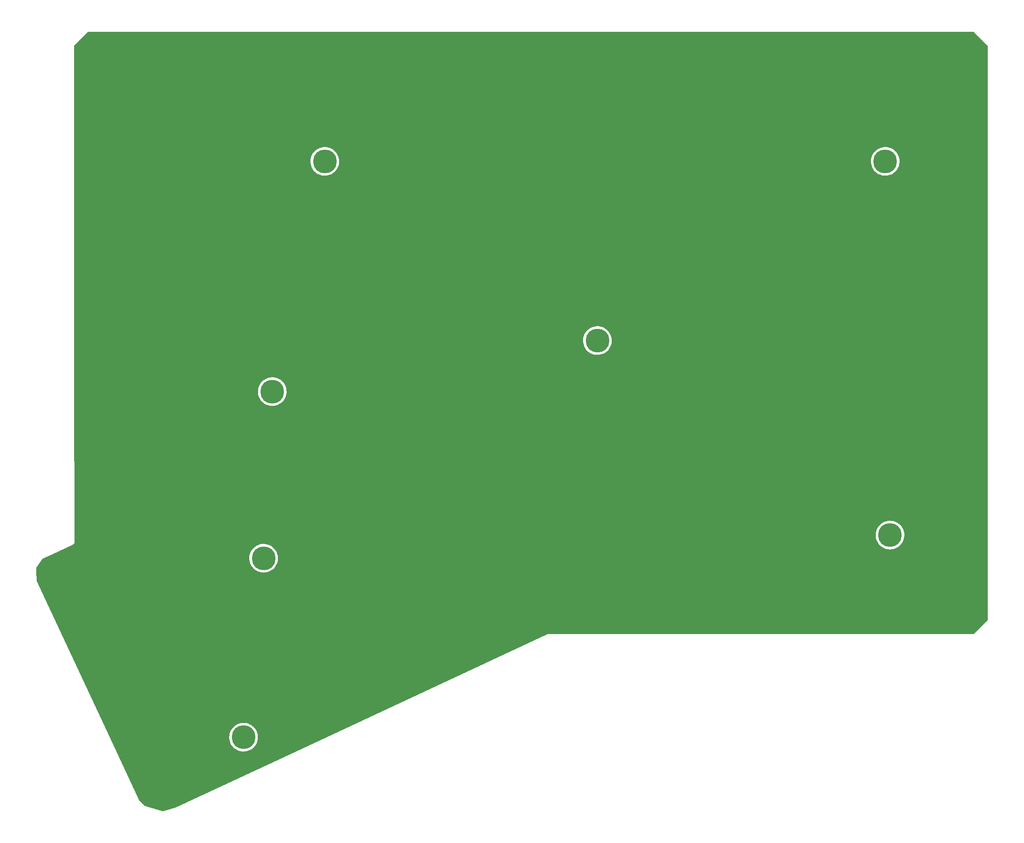
<source format=gtl>
%TF.GenerationSoftware,KiCad,Pcbnew,(6.0.5)*%
%TF.CreationDate,2022-08-07T14:07:50-06:00*%
%TF.ProjectId,bottom,626f7474-6f6d-42e6-9b69-6361645f7063,rev?*%
%TF.SameCoordinates,Original*%
%TF.FileFunction,Copper,L1,Top*%
%TF.FilePolarity,Positive*%
%FSLAX46Y46*%
G04 Gerber Fmt 4.6, Leading zero omitted, Abs format (unit mm)*
G04 Created by KiCad (PCBNEW (6.0.5)) date 2022-08-07 14:07:50*
%MOMM*%
%LPD*%
G01*
G04 APERTURE LIST*
%TA.AperFunction,ComponentPad*%
%ADD10C,5.000000*%
%TD*%
G04 APERTURE END LIST*
D10*
%TO.P,,*%
%TO.N,*%
X139471400Y-92684600D03*
%TD*%
%TO.P,,*%
%TO.N,*%
X65074800Y-176098200D03*
%TD*%
%TO.P,,*%
%TO.N,*%
X82150000Y-55000000D03*
%TD*%
%TO.P,,*%
%TO.N,*%
X71110000Y-103420000D03*
%TD*%
%TO.P,,*%
%TO.N,*%
X200990000Y-133590000D03*
%TD*%
%TO.P,,*%
%TO.N,*%
X200000000Y-55000000D03*
%TD*%
%TO.P,,*%
%TO.N,*%
X69290000Y-138460000D03*
%TD*%
%TA.AperFunction,NonConductor*%
G36*
X218674161Y-27786784D02*
G01*
X218705517Y-27810844D01*
X221493956Y-30599283D01*
X221533141Y-30667154D01*
X221538300Y-30706339D01*
X221538300Y-143343671D01*
X221538289Y-143343972D01*
X221538221Y-143344413D01*
X221538300Y-143383517D01*
X221538300Y-143419513D01*
X221538363Y-143419953D01*
X221538374Y-143420249D01*
X221551000Y-149669916D01*
X221551000Y-151396161D01*
X221530716Y-151471861D01*
X221506656Y-151503217D01*
X218654717Y-154355156D01*
X218586846Y-154394341D01*
X218547661Y-154399500D01*
X129168143Y-154399500D01*
X129167737Y-154399499D01*
X129080939Y-154399266D01*
X129070581Y-154402265D01*
X129070579Y-154402265D01*
X129064427Y-154404046D01*
X129055288Y-154406692D01*
X129034650Y-154411134D01*
X129008213Y-154414920D01*
X128976367Y-154429400D01*
X128975249Y-154429863D01*
X128973435Y-154430388D01*
X128944112Y-154444059D01*
X128942939Y-154444599D01*
X128875618Y-154475208D01*
X128873952Y-154476643D01*
X128872446Y-154477471D01*
X76069729Y-179095290D01*
X50817143Y-190868616D01*
X50794390Y-190877078D01*
X48118390Y-191634259D01*
X48035030Y-191633995D01*
X45423156Y-190877078D01*
X44323996Y-190558543D01*
X44262650Y-190523635D01*
X43205641Y-189533784D01*
X43171914Y-189487258D01*
X36884472Y-176003541D01*
X62062688Y-176003541D01*
X62071770Y-176350371D01*
X62120656Y-176693860D01*
X62208697Y-177029453D01*
X62334727Y-177352703D01*
X62497075Y-177659326D01*
X62693590Y-177945256D01*
X62921666Y-178206705D01*
X63178281Y-178440206D01*
X63460033Y-178642666D01*
X63463837Y-178644783D01*
X63463846Y-178644789D01*
X63712767Y-178783336D01*
X63763188Y-178811400D01*
X64083728Y-178944172D01*
X64417404Y-179039222D01*
X64421699Y-179039925D01*
X64421702Y-179039926D01*
X64573821Y-179064836D01*
X64759793Y-179095290D01*
X64764150Y-179095495D01*
X64764155Y-179095496D01*
X64948130Y-179104172D01*
X65106358Y-179111634D01*
X65110714Y-179111337D01*
X65110720Y-179111337D01*
X65448147Y-179088333D01*
X65448146Y-179088333D01*
X65452504Y-179088036D01*
X65793644Y-179024809D01*
X66125256Y-178922792D01*
X66129252Y-178921038D01*
X66129257Y-178921036D01*
X66438947Y-178785091D01*
X66442945Y-178783336D01*
X66742500Y-178608291D01*
X66745990Y-178605671D01*
X67016458Y-178402598D01*
X67016462Y-178402595D01*
X67019951Y-178399975D01*
X67271619Y-178161150D01*
X67449389Y-177948541D01*
X67491375Y-177898326D01*
X67491377Y-177898324D01*
X67494170Y-177894983D01*
X67684653Y-177604999D01*
X67840544Y-177295044D01*
X67959777Y-176969226D01*
X68040771Y-176631862D01*
X68082452Y-176287425D01*
X68088399Y-176098200D01*
X68068427Y-175751826D01*
X68008776Y-175410042D01*
X67910237Y-175077380D01*
X67774116Y-174758248D01*
X67602217Y-174456876D01*
X67396818Y-174177260D01*
X67160642Y-173923104D01*
X66896819Y-173697778D01*
X66608847Y-173504269D01*
X66522468Y-173459685D01*
X66304406Y-173347135D01*
X66300541Y-173345140D01*
X66296475Y-173343604D01*
X66296467Y-173343600D01*
X65980076Y-173224046D01*
X65980071Y-173224044D01*
X65975989Y-173222502D01*
X65639492Y-173137980D01*
X65635185Y-173137413D01*
X65635180Y-173137412D01*
X65299836Y-173093263D01*
X65299829Y-173093262D01*
X65295511Y-173092694D01*
X65291151Y-173092626D01*
X65291144Y-173092625D01*
X65131615Y-173090119D01*
X64948604Y-173087244D01*
X64775987Y-173104473D01*
X64607713Y-173121269D01*
X64607706Y-173121270D01*
X64603369Y-173121703D01*
X64264383Y-173195614D01*
X64260263Y-173197025D01*
X64260258Y-173197026D01*
X63940266Y-173306584D01*
X63936139Y-173307997D01*
X63932209Y-173309872D01*
X63932203Y-173309874D01*
X63731362Y-173405671D01*
X63622988Y-173457363D01*
X63329079Y-173641732D01*
X63325669Y-173644464D01*
X63061716Y-173855929D01*
X63061711Y-173855933D01*
X63058309Y-173858659D01*
X62814266Y-174105271D01*
X62600186Y-174378298D01*
X62418905Y-174674121D01*
X62272827Y-174988820D01*
X62163887Y-175318223D01*
X62093530Y-175657964D01*
X62062688Y-176003541D01*
X36884472Y-176003541D01*
X21598503Y-143222060D01*
X21584413Y-143163439D01*
X21513804Y-141171079D01*
X21490674Y-140518435D01*
X21508264Y-140442065D01*
X21515764Y-140429457D01*
X21557465Y-140366513D01*
X22626975Y-138752160D01*
X22685194Y-138700505D01*
X23351978Y-138365341D01*
X66277888Y-138365341D01*
X66278002Y-138369693D01*
X66286665Y-138700505D01*
X66286970Y-138712171D01*
X66335856Y-139055660D01*
X66423897Y-139391253D01*
X66549927Y-139714503D01*
X66712275Y-140021126D01*
X66908790Y-140307056D01*
X67136866Y-140568505D01*
X67393481Y-140802006D01*
X67675233Y-141004466D01*
X67679037Y-141006583D01*
X67679046Y-141006589D01*
X67927967Y-141145136D01*
X67978388Y-141173200D01*
X68298928Y-141305972D01*
X68632604Y-141401022D01*
X68636899Y-141401725D01*
X68636902Y-141401726D01*
X68789021Y-141426636D01*
X68974993Y-141457090D01*
X68979350Y-141457295D01*
X68979355Y-141457296D01*
X69163330Y-141465972D01*
X69321558Y-141473434D01*
X69325914Y-141473137D01*
X69325920Y-141473137D01*
X69663347Y-141450133D01*
X69663346Y-141450133D01*
X69667704Y-141449836D01*
X70008844Y-141386609D01*
X70340456Y-141284592D01*
X70344452Y-141282838D01*
X70344457Y-141282836D01*
X70654147Y-141146891D01*
X70658145Y-141145136D01*
X70957700Y-140970091D01*
X70961190Y-140967471D01*
X71231658Y-140764398D01*
X71231662Y-140764395D01*
X71235151Y-140761775D01*
X71486819Y-140522950D01*
X71490594Y-140518436D01*
X71706575Y-140260126D01*
X71706577Y-140260124D01*
X71709370Y-140256783D01*
X71751732Y-140192294D01*
X71897455Y-139970450D01*
X71897457Y-139970447D01*
X71899853Y-139966799D01*
X72055744Y-139656844D01*
X72174977Y-139331026D01*
X72255971Y-138993662D01*
X72297652Y-138649225D01*
X72303599Y-138460000D01*
X72283627Y-138113626D01*
X72244086Y-137887066D01*
X72224724Y-137776126D01*
X72224723Y-137776121D01*
X72223976Y-137771842D01*
X72125437Y-137439180D01*
X71989316Y-137120048D01*
X71817417Y-136818676D01*
X71612018Y-136539060D01*
X71375842Y-136284904D01*
X71112019Y-136059578D01*
X70824047Y-135866069D01*
X70737668Y-135821485D01*
X70519606Y-135708935D01*
X70515741Y-135706940D01*
X70511675Y-135705404D01*
X70511667Y-135705400D01*
X70195276Y-135585846D01*
X70195271Y-135585844D01*
X70191189Y-135584302D01*
X69854692Y-135499780D01*
X69850385Y-135499213D01*
X69850380Y-135499212D01*
X69515036Y-135455063D01*
X69515029Y-135455062D01*
X69510711Y-135454494D01*
X69506351Y-135454426D01*
X69506344Y-135454425D01*
X69346815Y-135451919D01*
X69163804Y-135449044D01*
X68991186Y-135466274D01*
X68822913Y-135483069D01*
X68822906Y-135483070D01*
X68818569Y-135483503D01*
X68479583Y-135557414D01*
X68475463Y-135558825D01*
X68475458Y-135558826D01*
X68210318Y-135649604D01*
X68151339Y-135669797D01*
X68147409Y-135671672D01*
X68147403Y-135671674D01*
X67946562Y-135767471D01*
X67838188Y-135819163D01*
X67544279Y-136003532D01*
X67540869Y-136006264D01*
X67276916Y-136217729D01*
X67276911Y-136217733D01*
X67273509Y-136220459D01*
X67029466Y-136467071D01*
X66815386Y-136740098D01*
X66634105Y-137035921D01*
X66488027Y-137350620D01*
X66379087Y-137680023D01*
X66308730Y-138019764D01*
X66277888Y-138365341D01*
X23351978Y-138365341D01*
X24837141Y-137618812D01*
X24841272Y-137616814D01*
X29152379Y-135611061D01*
X29174632Y-135602762D01*
X29194971Y-135596949D01*
X29227518Y-135576413D01*
X29229966Y-135574963D01*
X29232808Y-135573641D01*
X29237321Y-135570699D01*
X29237330Y-135570694D01*
X29258879Y-135556646D01*
X29260768Y-135555434D01*
X29310195Y-135524248D01*
X29318158Y-135519224D01*
X29320703Y-135516342D01*
X29323928Y-135514240D01*
X29368183Y-135462606D01*
X29369637Y-135460935D01*
X29375326Y-135454494D01*
X29414578Y-135410049D01*
X29416213Y-135406567D01*
X29418717Y-135403645D01*
X29422591Y-135395066D01*
X29446694Y-135341685D01*
X29447633Y-135339644D01*
X29472482Y-135286718D01*
X29472482Y-135286717D01*
X29476481Y-135278200D01*
X29477072Y-135274403D01*
X29478657Y-135270893D01*
X29479969Y-135261557D01*
X29479971Y-135261551D01*
X29488122Y-135203555D01*
X29488450Y-135201337D01*
X29492800Y-135173397D01*
X29492800Y-135173392D01*
X29493700Y-135167614D01*
X29493700Y-135164472D01*
X29493998Y-135161735D01*
X29497428Y-135137330D01*
X29497428Y-135137326D01*
X29498928Y-135126652D01*
X29495286Y-135101689D01*
X29493700Y-135079832D01*
X29493700Y-133495341D01*
X197977888Y-133495341D01*
X197986970Y-133842171D01*
X198035856Y-134185660D01*
X198123897Y-134521253D01*
X198249927Y-134844503D01*
X198412275Y-135151126D01*
X198608790Y-135437056D01*
X198836866Y-135698505D01*
X199093481Y-135932006D01*
X199097018Y-135934548D01*
X199097021Y-135934550D01*
X199274957Y-136062410D01*
X199375233Y-136134466D01*
X199379037Y-136136583D01*
X199379046Y-136136589D01*
X199651264Y-136288103D01*
X199678388Y-136303200D01*
X199998928Y-136435972D01*
X200332604Y-136531022D01*
X200336899Y-136531725D01*
X200336902Y-136531726D01*
X200381689Y-136539060D01*
X200674993Y-136587090D01*
X200679350Y-136587295D01*
X200679355Y-136587296D01*
X200863330Y-136595972D01*
X201021558Y-136603434D01*
X201025914Y-136603137D01*
X201025920Y-136603137D01*
X201363347Y-136580133D01*
X201363346Y-136580133D01*
X201367704Y-136579836D01*
X201708844Y-136516609D01*
X202040456Y-136414592D01*
X202044452Y-136412838D01*
X202044457Y-136412836D01*
X202354147Y-136276891D01*
X202358145Y-136275136D01*
X202657700Y-136100091D01*
X202661190Y-136097471D01*
X202931658Y-135894398D01*
X202931662Y-135894395D01*
X202935151Y-135891775D01*
X203186819Y-135652950D01*
X203233644Y-135596949D01*
X203406575Y-135390126D01*
X203406577Y-135390124D01*
X203409370Y-135386783D01*
X203439661Y-135340670D01*
X203597455Y-135100450D01*
X203597457Y-135100447D01*
X203599853Y-135096799D01*
X203755744Y-134786844D01*
X203874977Y-134461026D01*
X203955971Y-134123662D01*
X203997652Y-133779225D01*
X204003599Y-133590000D01*
X203983627Y-133243626D01*
X203923976Y-132901842D01*
X203857744Y-132678247D01*
X203826675Y-132573358D01*
X203826673Y-132573351D01*
X203825437Y-132569180D01*
X203689316Y-132250048D01*
X203517417Y-131948676D01*
X203312018Y-131669060D01*
X203075842Y-131414904D01*
X202812019Y-131189578D01*
X202524047Y-130996069D01*
X202437668Y-130951485D01*
X202219606Y-130838935D01*
X202215741Y-130836940D01*
X202211675Y-130835404D01*
X202211667Y-130835400D01*
X201895276Y-130715846D01*
X201895271Y-130715844D01*
X201891189Y-130714302D01*
X201554692Y-130629780D01*
X201550385Y-130629213D01*
X201550380Y-130629212D01*
X201215036Y-130585063D01*
X201215029Y-130585062D01*
X201210711Y-130584494D01*
X201206351Y-130584426D01*
X201206344Y-130584425D01*
X201046815Y-130581919D01*
X200863804Y-130579044D01*
X200691186Y-130596274D01*
X200522913Y-130613069D01*
X200522906Y-130613070D01*
X200518569Y-130613503D01*
X200179583Y-130687414D01*
X200175463Y-130688825D01*
X200175458Y-130688826D01*
X199855466Y-130798384D01*
X199851339Y-130799797D01*
X199847409Y-130801672D01*
X199847403Y-130801674D01*
X199646562Y-130897471D01*
X199538188Y-130949163D01*
X199244279Y-131133532D01*
X199240869Y-131136264D01*
X198976916Y-131347729D01*
X198976911Y-131347733D01*
X198973509Y-131350459D01*
X198729466Y-131597071D01*
X198515386Y-131870098D01*
X198334105Y-132165921D01*
X198188027Y-132480620D01*
X198079087Y-132810023D01*
X198008730Y-133149764D01*
X197977888Y-133495341D01*
X29493700Y-133495341D01*
X29493700Y-132754474D01*
X29493705Y-132754343D01*
X29493736Y-132754142D01*
X29493700Y-132715298D01*
X29493700Y-132678487D01*
X29493671Y-132678282D01*
X29493666Y-132678143D01*
X29466462Y-103325341D01*
X68097888Y-103325341D01*
X68106970Y-103672171D01*
X68155856Y-104015660D01*
X68243897Y-104351253D01*
X68369927Y-104674503D01*
X68532275Y-104981126D01*
X68728790Y-105267056D01*
X68956866Y-105528505D01*
X69213481Y-105762006D01*
X69495233Y-105964466D01*
X69499037Y-105966583D01*
X69499046Y-105966589D01*
X69747967Y-106105136D01*
X69798388Y-106133200D01*
X70118928Y-106265972D01*
X70452604Y-106361022D01*
X70456899Y-106361725D01*
X70456902Y-106361726D01*
X70609021Y-106386636D01*
X70794993Y-106417090D01*
X70799350Y-106417295D01*
X70799355Y-106417296D01*
X70983330Y-106425972D01*
X71141558Y-106433434D01*
X71145914Y-106433137D01*
X71145920Y-106433137D01*
X71483347Y-106410133D01*
X71483346Y-106410133D01*
X71487704Y-106409836D01*
X71828844Y-106346609D01*
X72160456Y-106244592D01*
X72164452Y-106242838D01*
X72164457Y-106242836D01*
X72474147Y-106106891D01*
X72478145Y-106105136D01*
X72777700Y-105930091D01*
X72781190Y-105927471D01*
X73051658Y-105724398D01*
X73051662Y-105724395D01*
X73055151Y-105721775D01*
X73306819Y-105482950D01*
X73484589Y-105270341D01*
X73526575Y-105220126D01*
X73526577Y-105220124D01*
X73529370Y-105216783D01*
X73719853Y-104926799D01*
X73875744Y-104616844D01*
X73994977Y-104291026D01*
X74075971Y-103953662D01*
X74117652Y-103609225D01*
X74123599Y-103420000D01*
X74103627Y-103073626D01*
X74043976Y-102731842D01*
X73945437Y-102399180D01*
X73809316Y-102080048D01*
X73637417Y-101778676D01*
X73432018Y-101499060D01*
X73195842Y-101244904D01*
X72932019Y-101019578D01*
X72644047Y-100826069D01*
X72557668Y-100781485D01*
X72339606Y-100668935D01*
X72335741Y-100666940D01*
X72331675Y-100665404D01*
X72331667Y-100665400D01*
X72015276Y-100545846D01*
X72015271Y-100545844D01*
X72011189Y-100544302D01*
X71674692Y-100459780D01*
X71670385Y-100459213D01*
X71670380Y-100459212D01*
X71335036Y-100415063D01*
X71335029Y-100415062D01*
X71330711Y-100414494D01*
X71326351Y-100414426D01*
X71326344Y-100414425D01*
X71166815Y-100411919D01*
X70983804Y-100409044D01*
X70811187Y-100426273D01*
X70642913Y-100443069D01*
X70642906Y-100443070D01*
X70638569Y-100443503D01*
X70299583Y-100517414D01*
X70295463Y-100518825D01*
X70295458Y-100518826D01*
X69975466Y-100628384D01*
X69971339Y-100629797D01*
X69967409Y-100631672D01*
X69967403Y-100631674D01*
X69766562Y-100727471D01*
X69658188Y-100779163D01*
X69364279Y-100963532D01*
X69360869Y-100966264D01*
X69096916Y-101177729D01*
X69096911Y-101177733D01*
X69093509Y-101180459D01*
X68849466Y-101427071D01*
X68635386Y-101700098D01*
X68454105Y-101995921D01*
X68308027Y-102310620D01*
X68199087Y-102640023D01*
X68128730Y-102979764D01*
X68097888Y-103325341D01*
X29466462Y-103325341D01*
X29457763Y-93939103D01*
X29456513Y-92589941D01*
X136459288Y-92589941D01*
X136468370Y-92936771D01*
X136517256Y-93280260D01*
X136605297Y-93615853D01*
X136731327Y-93939103D01*
X136893675Y-94245726D01*
X137090190Y-94531656D01*
X137318266Y-94793105D01*
X137574881Y-95026606D01*
X137856633Y-95229066D01*
X137860437Y-95231183D01*
X137860446Y-95231189D01*
X138109367Y-95369736D01*
X138159788Y-95397800D01*
X138480328Y-95530572D01*
X138814004Y-95625622D01*
X138818299Y-95626325D01*
X138818302Y-95626326D01*
X138970421Y-95651236D01*
X139156393Y-95681690D01*
X139160750Y-95681895D01*
X139160755Y-95681896D01*
X139344730Y-95690572D01*
X139502958Y-95698034D01*
X139507314Y-95697737D01*
X139507320Y-95697737D01*
X139844747Y-95674733D01*
X139844746Y-95674733D01*
X139849104Y-95674436D01*
X140190244Y-95611209D01*
X140521856Y-95509192D01*
X140525852Y-95507438D01*
X140525857Y-95507436D01*
X140835547Y-95371491D01*
X140839545Y-95369736D01*
X141139100Y-95194691D01*
X141142590Y-95192071D01*
X141413058Y-94988998D01*
X141413062Y-94988995D01*
X141416551Y-94986375D01*
X141668219Y-94747550D01*
X141845989Y-94534941D01*
X141887975Y-94484726D01*
X141887977Y-94484724D01*
X141890770Y-94481383D01*
X142081253Y-94191399D01*
X142237144Y-93881444D01*
X142356377Y-93555626D01*
X142437371Y-93218262D01*
X142479052Y-92873825D01*
X142484999Y-92684600D01*
X142465027Y-92338226D01*
X142405376Y-91996442D01*
X142306837Y-91663780D01*
X142170716Y-91344648D01*
X141998817Y-91043276D01*
X141793418Y-90763660D01*
X141557242Y-90509504D01*
X141293419Y-90284178D01*
X141005447Y-90090669D01*
X140919068Y-90046085D01*
X140701006Y-89933535D01*
X140697141Y-89931540D01*
X140693075Y-89930004D01*
X140693067Y-89930000D01*
X140376676Y-89810446D01*
X140376671Y-89810444D01*
X140372589Y-89808902D01*
X140036092Y-89724380D01*
X140031785Y-89723813D01*
X140031780Y-89723812D01*
X139696436Y-89679663D01*
X139696429Y-89679662D01*
X139692111Y-89679094D01*
X139687751Y-89679026D01*
X139687744Y-89679025D01*
X139528215Y-89676519D01*
X139345204Y-89673644D01*
X139172587Y-89690873D01*
X139004313Y-89707669D01*
X139004306Y-89707670D01*
X138999969Y-89708103D01*
X138660983Y-89782014D01*
X138656863Y-89783425D01*
X138656858Y-89783426D01*
X138336866Y-89892984D01*
X138332739Y-89894397D01*
X138328809Y-89896272D01*
X138328803Y-89896274D01*
X138127962Y-89992071D01*
X138019588Y-90043763D01*
X137725679Y-90228132D01*
X137722269Y-90230864D01*
X137458316Y-90442329D01*
X137458311Y-90442333D01*
X137454909Y-90445059D01*
X137210866Y-90691671D01*
X136996786Y-90964698D01*
X136815505Y-91260521D01*
X136669427Y-91575220D01*
X136560487Y-91904623D01*
X136490130Y-92244364D01*
X136459288Y-92589941D01*
X29456513Y-92589941D01*
X29421587Y-54905341D01*
X79137888Y-54905341D01*
X79146970Y-55252171D01*
X79195856Y-55595660D01*
X79283897Y-55931253D01*
X79409927Y-56254503D01*
X79572275Y-56561126D01*
X79768790Y-56847056D01*
X79996866Y-57108505D01*
X80253481Y-57342006D01*
X80535233Y-57544466D01*
X80539037Y-57546583D01*
X80539046Y-57546589D01*
X80787967Y-57685136D01*
X80838388Y-57713200D01*
X81158928Y-57845972D01*
X81492604Y-57941022D01*
X81496899Y-57941725D01*
X81496902Y-57941726D01*
X81649021Y-57966636D01*
X81834993Y-57997090D01*
X81839350Y-57997295D01*
X81839355Y-57997296D01*
X82023330Y-58005972D01*
X82181558Y-58013434D01*
X82185914Y-58013137D01*
X82185920Y-58013137D01*
X82523347Y-57990133D01*
X82523346Y-57990133D01*
X82527704Y-57989836D01*
X82868844Y-57926609D01*
X83200456Y-57824592D01*
X83204452Y-57822838D01*
X83204457Y-57822836D01*
X83514147Y-57686891D01*
X83518145Y-57685136D01*
X83817700Y-57510091D01*
X83821190Y-57507471D01*
X84091658Y-57304398D01*
X84091662Y-57304395D01*
X84095151Y-57301775D01*
X84346819Y-57062950D01*
X84524589Y-56850341D01*
X84566575Y-56800126D01*
X84566577Y-56800124D01*
X84569370Y-56796783D01*
X84759853Y-56506799D01*
X84915744Y-56196844D01*
X85034977Y-55871026D01*
X85115971Y-55533662D01*
X85157652Y-55189225D01*
X85163599Y-55000000D01*
X85158141Y-54905341D01*
X196987888Y-54905341D01*
X196996970Y-55252171D01*
X197045856Y-55595660D01*
X197133897Y-55931253D01*
X197259927Y-56254503D01*
X197422275Y-56561126D01*
X197618790Y-56847056D01*
X197846866Y-57108505D01*
X198103481Y-57342006D01*
X198385233Y-57544466D01*
X198389037Y-57546583D01*
X198389046Y-57546589D01*
X198637967Y-57685136D01*
X198688388Y-57713200D01*
X199008928Y-57845972D01*
X199342604Y-57941022D01*
X199346899Y-57941725D01*
X199346902Y-57941726D01*
X199499021Y-57966636D01*
X199684993Y-57997090D01*
X199689350Y-57997295D01*
X199689355Y-57997296D01*
X199873330Y-58005972D01*
X200031558Y-58013434D01*
X200035914Y-58013137D01*
X200035920Y-58013137D01*
X200373347Y-57990133D01*
X200373346Y-57990133D01*
X200377704Y-57989836D01*
X200718844Y-57926609D01*
X201050456Y-57824592D01*
X201054452Y-57822838D01*
X201054457Y-57822836D01*
X201364147Y-57686891D01*
X201368145Y-57685136D01*
X201667700Y-57510091D01*
X201671190Y-57507471D01*
X201941658Y-57304398D01*
X201941662Y-57304395D01*
X201945151Y-57301775D01*
X202196819Y-57062950D01*
X202374589Y-56850341D01*
X202416575Y-56800126D01*
X202416577Y-56800124D01*
X202419370Y-56796783D01*
X202609853Y-56506799D01*
X202765744Y-56196844D01*
X202884977Y-55871026D01*
X202965971Y-55533662D01*
X203007652Y-55189225D01*
X203013599Y-55000000D01*
X202993627Y-54653626D01*
X202933976Y-54311842D01*
X202835437Y-53979180D01*
X202699316Y-53660048D01*
X202527417Y-53358676D01*
X202322018Y-53079060D01*
X202085842Y-52824904D01*
X201822019Y-52599578D01*
X201534047Y-52406069D01*
X201447668Y-52361485D01*
X201229606Y-52248935D01*
X201225741Y-52246940D01*
X201221675Y-52245404D01*
X201221667Y-52245400D01*
X200905276Y-52125846D01*
X200905271Y-52125844D01*
X200901189Y-52124302D01*
X200564692Y-52039780D01*
X200560385Y-52039213D01*
X200560380Y-52039212D01*
X200225036Y-51995063D01*
X200225029Y-51995062D01*
X200220711Y-51994494D01*
X200216351Y-51994426D01*
X200216344Y-51994425D01*
X200056815Y-51991919D01*
X199873804Y-51989044D01*
X199701186Y-52006274D01*
X199532913Y-52023069D01*
X199532906Y-52023070D01*
X199528569Y-52023503D01*
X199189583Y-52097414D01*
X199185463Y-52098825D01*
X199185458Y-52098826D01*
X198865466Y-52208384D01*
X198861339Y-52209797D01*
X198857409Y-52211672D01*
X198857403Y-52211674D01*
X198656562Y-52307471D01*
X198548188Y-52359163D01*
X198254279Y-52543532D01*
X198250869Y-52546264D01*
X197986916Y-52757729D01*
X197986911Y-52757733D01*
X197983509Y-52760459D01*
X197739466Y-53007071D01*
X197525386Y-53280098D01*
X197344105Y-53575921D01*
X197198027Y-53890620D01*
X197089087Y-54220023D01*
X197018730Y-54559764D01*
X196987888Y-54905341D01*
X85158141Y-54905341D01*
X85143627Y-54653626D01*
X85083976Y-54311842D01*
X84985437Y-53979180D01*
X84849316Y-53660048D01*
X84677417Y-53358676D01*
X84472018Y-53079060D01*
X84235842Y-52824904D01*
X83972019Y-52599578D01*
X83684047Y-52406069D01*
X83597668Y-52361485D01*
X83379606Y-52248935D01*
X83375741Y-52246940D01*
X83371675Y-52245404D01*
X83371667Y-52245400D01*
X83055276Y-52125846D01*
X83055271Y-52125844D01*
X83051189Y-52124302D01*
X82714692Y-52039780D01*
X82710385Y-52039213D01*
X82710380Y-52039212D01*
X82375036Y-51995063D01*
X82375029Y-51995062D01*
X82370711Y-51994494D01*
X82366351Y-51994426D01*
X82366344Y-51994425D01*
X82206815Y-51991919D01*
X82023804Y-51989044D01*
X81851186Y-52006274D01*
X81682913Y-52023069D01*
X81682906Y-52023070D01*
X81678569Y-52023503D01*
X81339583Y-52097414D01*
X81335463Y-52098825D01*
X81335458Y-52098826D01*
X81015466Y-52208384D01*
X81011339Y-52209797D01*
X81007409Y-52211672D01*
X81007403Y-52211674D01*
X80806562Y-52307471D01*
X80698188Y-52359163D01*
X80404279Y-52543532D01*
X80400869Y-52546264D01*
X80136916Y-52757729D01*
X80136911Y-52757733D01*
X80133509Y-52760459D01*
X79889466Y-53007071D01*
X79675386Y-53280098D01*
X79494105Y-53575921D01*
X79348027Y-53890620D01*
X79239087Y-54220023D01*
X79168730Y-54559764D01*
X79137888Y-54905341D01*
X29421587Y-54905341D01*
X29417500Y-50494902D01*
X29417500Y-30769600D01*
X29437784Y-30693900D01*
X29462138Y-30662251D01*
X29480865Y-30643627D01*
X32329518Y-27810551D01*
X32397497Y-27771552D01*
X32436281Y-27766500D01*
X218598461Y-27766500D01*
X218674161Y-27786784D01*
G37*
%TD.AperFunction*%
M02*

</source>
